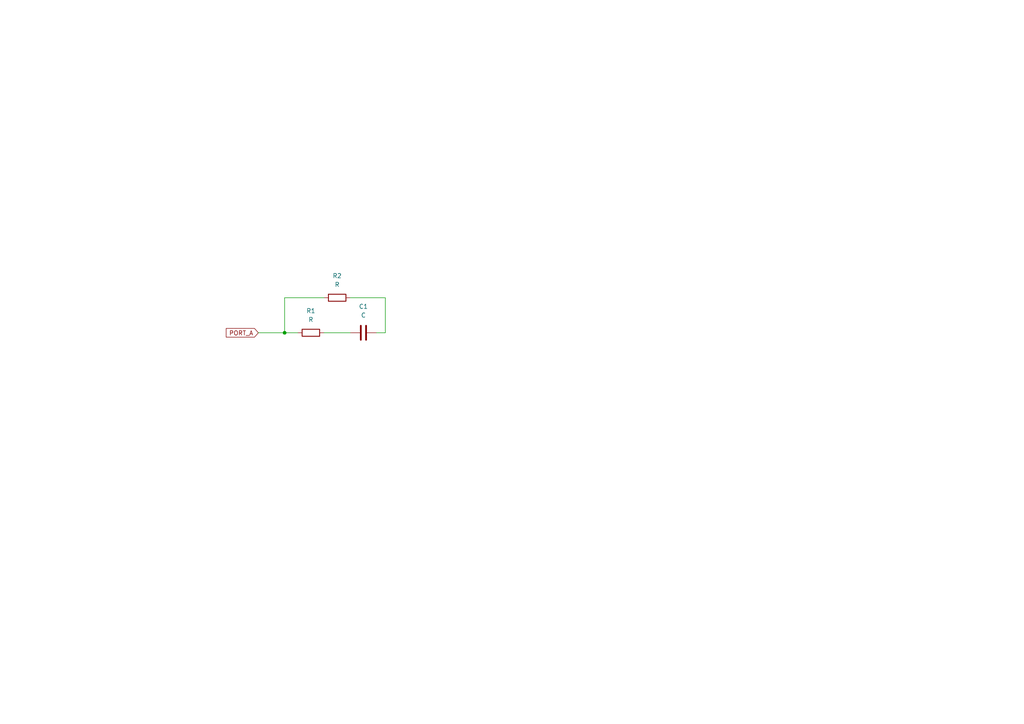
<source format=kicad_sch>
(kicad_sch (version 20211123) (generator eeschema)
  (paper "A4")
  (title_block (title "Simple Circuit") (date "2022-08-02") (rev "v01"))
  (lib_symbols
    (symbol "Device:C" (pin_numbers hide) (pin_names (offset 0.254))
      (property "Reference" "C" (at 0.635 2.54 0))
      (property "Value" "C" (at 0.635 -2.54 0))
      (symbol "C_0_1"
        (polyline (pts (xy -2.032 -0.762) (xy 2.032 -0.762)) (stroke (width 0.508)))
        (polyline (pts (xy -2.032 0.762) (xy 2.032 0.762)) (stroke (width 0.508)))
      )
      (symbol "C_1_1"
        (pin passive line (at 0 3.81 270) (length 2.794) (name "~") (number "1"))
        (pin passive line (at 0 -3.81 90) (length 2.794) (name "~") (number "2"))
      )
    )
    (symbol "Device:R" (pin_numbers hide) (pin_names (offset 0))
      (property "Reference" "R" (at 2.032 0 90))
      (property "Value" "R" (at 0 0 90))
      (symbol "R_0_1"
        (rectangle (start -1.016 -2.54) (end 1.016 2.54) (stroke (width 0.254)))
      )
      (symbol "R_1_1"
        (pin passive line (at 0 3.81 270) (length 1.27) (name "~") (number "1"))
        (pin passive line (at 0 -3.81 90) (length 1.27) (name "~") (number "2"))
      )
    )
  )
  (junction (at 82.55 96.52))
  (wire (pts (xy 82.55 96.52) (xy 82.55 86.36)))
  (wire (pts (xy 111.76 86.36) (xy 111.76 96.52)))
  (wire (pts (xy 101.6 86.36) (xy 111.76 86.36)))
  (wire (pts (xy 82.55 96.52) (xy 86.36 96.52)))
  (wire (pts (xy 74.93 96.52) (xy 82.55 96.52)))
  (wire (pts (xy 93.98 96.52) (xy 101.6 96.52)))
  (wire (pts (xy 109.22 96.52) (xy 111.76 96.52)))
  (wire (pts (xy 82.55 86.36) (xy 93.98 86.36)))
  (global_label "PORT_A" (shape input) (at 74.93 96.52 180) (property "Intersheet References" "${INTERSHEET_REFS}" (effects hide)))
  (symbol (lib_id "Device:R") (at 97.79 86.36 90) (unit 1)
    (property "Reference" "R2" (at 97.79 80.01 90))
    (property "Value" "R" (at 97.79 82.55 90))
  )
  (symbol (lib_id "Device:R") (at 90.17 96.52 90) (unit 1)
    (property "Reference" "R1" (at 90.17 90.17 90))
    (property "Value" "R" (at 90.17 92.71 90))
  )
  (symbol (lib_id "Device:C") (at 105.41 96.52 90) (unit 1)
    (property "Reference" "C1" (at 105.41 88.9 90))
    (property "Value" "C" (at 105.41 91.44 90))
  )
)
</source>
